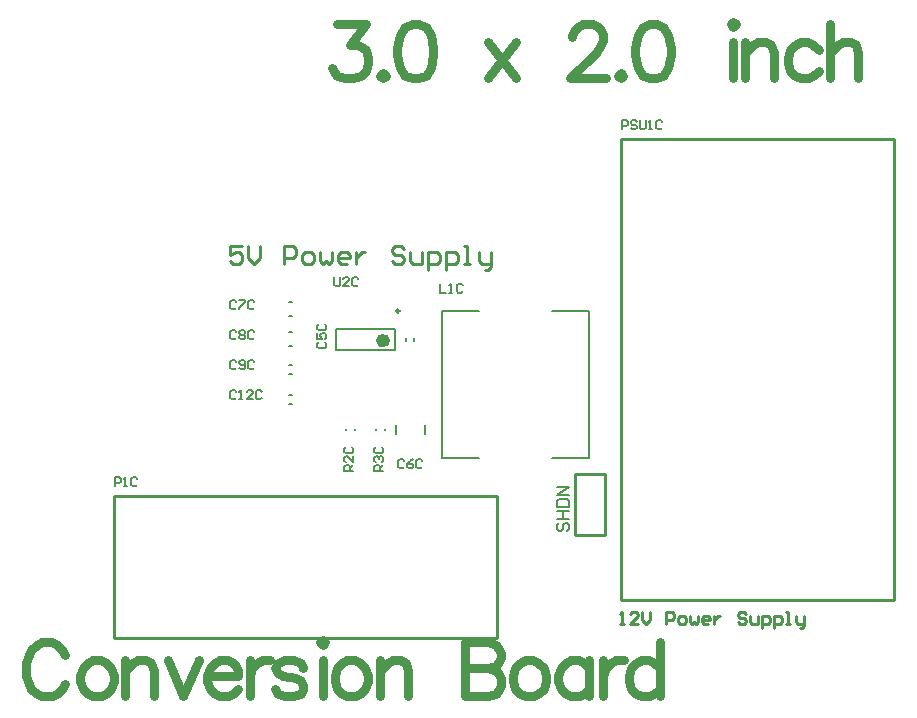
<source format=gto>
G04 Layer_Color=65535*
%FSLAX25Y25*%
%MOIN*%
G70*
G01*
G75*
%ADD18C,0.01000*%
%ADD35C,0.02362*%
%ADD36C,0.00984*%
%ADD37C,0.00787*%
%ADD38C,0.00700*%
%ADD39C,0.03000*%
D18*
X190000Y80000D02*
X200000D01*
X190000Y59764D02*
Y80000D01*
Y59764D02*
X200000D01*
Y80000D01*
X205276Y191811D02*
X296260D01*
X205276Y38189D02*
Y191811D01*
Y38189D02*
X296260D01*
Y191811D01*
X36220Y25630D02*
Y72874D01*
X163779D01*
Y25630D02*
Y72874D01*
X36220Y25630D02*
X163779D01*
X78999Y155998D02*
X75000D01*
Y152999D01*
X76999Y153999D01*
X77999D01*
X78999Y152999D01*
Y151000D01*
X77999Y150000D01*
X76000D01*
X75000Y151000D01*
X80998Y155998D02*
Y151999D01*
X82997Y150000D01*
X84997Y151999D01*
Y155998D01*
X92994Y150000D02*
Y155998D01*
X95993D01*
X96993Y154998D01*
Y152999D01*
X95993Y151999D01*
X92994D01*
X99992Y150000D02*
X101991D01*
X102991Y151000D01*
Y152999D01*
X101991Y153999D01*
X99992D01*
X98992Y152999D01*
Y151000D01*
X99992Y150000D01*
X104990Y153999D02*
Y151000D01*
X105990Y150000D01*
X106990Y151000D01*
X107989Y150000D01*
X108989Y151000D01*
Y153999D01*
X113987Y150000D02*
X111988D01*
X110988Y151000D01*
Y152999D01*
X111988Y153999D01*
X113987D01*
X114987Y152999D01*
Y151999D01*
X110988D01*
X116986Y153999D02*
Y150000D01*
Y151999D01*
X117986Y152999D01*
X118986Y153999D01*
X119985D01*
X132981Y154998D02*
X131982Y155998D01*
X129982D01*
X128982Y154998D01*
Y153999D01*
X129982Y152999D01*
X131982D01*
X132981Y151999D01*
Y151000D01*
X131982Y150000D01*
X129982D01*
X128982Y151000D01*
X134981Y153999D02*
Y151000D01*
X135980Y150000D01*
X138979D01*
Y153999D01*
X140979Y148001D02*
Y153999D01*
X143978D01*
X144977Y152999D01*
Y151000D01*
X143978Y150000D01*
X140979D01*
X146977Y148001D02*
Y153999D01*
X149976D01*
X150975Y152999D01*
Y151000D01*
X149976Y150000D01*
X146977D01*
X152975D02*
X154974D01*
X153974D01*
Y155998D01*
X152975D01*
X157973Y153999D02*
Y151000D01*
X158973Y150000D01*
X161972D01*
Y149000D01*
X160972Y148001D01*
X159973D01*
X161972Y150000D02*
Y153999D01*
X205000Y30000D02*
X206333D01*
X205666D01*
Y33999D01*
X205000Y33332D01*
X210998Y30000D02*
X208332D01*
X210998Y32666D01*
Y33332D01*
X210332Y33999D01*
X208999D01*
X208332Y33332D01*
X212331Y33999D02*
Y31333D01*
X213664Y30000D01*
X214997Y31333D01*
Y33999D01*
X220328Y30000D02*
Y33999D01*
X222328D01*
X222994Y33332D01*
Y31999D01*
X222328Y31333D01*
X220328D01*
X224994Y30000D02*
X226326D01*
X226993Y30666D01*
Y31999D01*
X226326Y32666D01*
X224994D01*
X224327Y31999D01*
Y30666D01*
X224994Y30000D01*
X228326Y32666D02*
Y30666D01*
X228992Y30000D01*
X229659Y30666D01*
X230325Y30000D01*
X230992Y30666D01*
Y32666D01*
X234324Y30000D02*
X232991D01*
X232325Y30666D01*
Y31999D01*
X232991Y32666D01*
X234324D01*
X234990Y31999D01*
Y31333D01*
X232325D01*
X236323Y32666D02*
Y30000D01*
Y31333D01*
X236990Y31999D01*
X237656Y32666D01*
X238323D01*
X246987Y33332D02*
X246320Y33999D01*
X244987D01*
X244321Y33332D01*
Y32666D01*
X244987Y31999D01*
X246320D01*
X246987Y31333D01*
Y30666D01*
X246320Y30000D01*
X244987D01*
X244321Y30666D01*
X248319Y32666D02*
Y30666D01*
X248986Y30000D01*
X250985D01*
Y32666D01*
X252318Y28667D02*
Y32666D01*
X254317D01*
X254984Y31999D01*
Y30666D01*
X254317Y30000D01*
X252318D01*
X256317Y28667D02*
Y32666D01*
X258316D01*
X258983Y31999D01*
Y30666D01*
X258316Y30000D01*
X256317D01*
X260315D02*
X261648D01*
X260982D01*
Y33999D01*
X260315D01*
X263648Y32666D02*
Y30666D01*
X264314Y30000D01*
X266314D01*
Y29334D01*
X265647Y28667D01*
X264981D01*
X266314Y30000D02*
Y32666D01*
D35*
X127087Y124606D02*
G03*
X127087Y124606I-1181J0D01*
G01*
D36*
X131339Y134449D02*
G03*
X131339Y134449I-492J0D01*
G01*
D37*
X126476Y94803D02*
Y95197D01*
X123524Y94803D02*
Y95197D01*
X116476Y94803D02*
Y95197D01*
X113524Y94803D02*
Y95197D01*
X130276Y93425D02*
Y96575D01*
X139724Y93425D02*
Y96575D01*
X94410Y132638D02*
X95591D01*
X94410Y137362D02*
X95591D01*
X94410Y122638D02*
X95591D01*
X94410Y127362D02*
X95591D01*
X94606Y116378D02*
X95394D01*
X94606Y113622D02*
X95394D01*
X94606Y106378D02*
X95394D01*
X94606Y103622D02*
X95394D01*
X145394Y85394D02*
X157795D01*
X145394Y134606D02*
X157795D01*
X182205Y85394D02*
X194606D01*
X182205Y134606D02*
X194606D01*
X145394Y85394D02*
Y134606D01*
X194606Y85394D02*
Y134606D01*
X110158Y121457D02*
Y128543D01*
X129842Y121457D02*
Y128543D01*
X110158Y121457D02*
X129842D01*
X110158Y128543D02*
X129842D01*
X136378Y124606D02*
Y125394D01*
X133622Y124606D02*
Y125394D01*
D38*
X104501Y123999D02*
X104001Y123500D01*
Y122500D01*
X104501Y122000D01*
X106500D01*
X107000Y122500D01*
Y123500D01*
X106500Y123999D01*
X104001Y126998D02*
Y124999D01*
X105500D01*
X105001Y125999D01*
Y126499D01*
X105500Y126998D01*
X106500D01*
X107000Y126499D01*
Y125499D01*
X106500Y124999D01*
X104501Y129997D02*
X104001Y129498D01*
Y128498D01*
X104501Y127998D01*
X106500D01*
X107000Y128498D01*
Y129498D01*
X106500Y129997D01*
X132999Y84499D02*
X132500Y84999D01*
X131500D01*
X131000Y84499D01*
Y82500D01*
X131500Y82000D01*
X132500D01*
X132999Y82500D01*
X135998Y84999D02*
X134999Y84499D01*
X133999Y83499D01*
Y82500D01*
X134499Y82000D01*
X135499D01*
X135998Y82500D01*
Y83000D01*
X135499Y83499D01*
X133999D01*
X138997Y84499D02*
X138498Y84999D01*
X137498D01*
X136998Y84499D01*
Y82500D01*
X137498Y82000D01*
X138498D01*
X138997Y82500D01*
X76999Y137499D02*
X76499Y137999D01*
X75500D01*
X75000Y137499D01*
Y135500D01*
X75500Y135000D01*
X76499D01*
X76999Y135500D01*
X77999Y137999D02*
X79998D01*
Y137499D01*
X77999Y135500D01*
Y135000D01*
X82997Y137499D02*
X82498Y137999D01*
X81498D01*
X80998Y137499D01*
Y135500D01*
X81498Y135000D01*
X82498D01*
X82997Y135500D01*
X76999Y127499D02*
X76499Y127999D01*
X75500D01*
X75000Y127499D01*
Y125500D01*
X75500Y125000D01*
X76499D01*
X76999Y125500D01*
X77999Y127499D02*
X78499Y127999D01*
X79499D01*
X79998Y127499D01*
Y126999D01*
X79499Y126499D01*
X79998Y126000D01*
Y125500D01*
X79499Y125000D01*
X78499D01*
X77999Y125500D01*
Y126000D01*
X78499Y126499D01*
X77999Y126999D01*
Y127499D01*
X78499Y126499D02*
X79499D01*
X82997Y127499D02*
X82498Y127999D01*
X81498D01*
X80998Y127499D01*
Y125500D01*
X81498Y125000D01*
X82498D01*
X82997Y125500D01*
X76999Y117499D02*
X76499Y117999D01*
X75500D01*
X75000Y117499D01*
Y115500D01*
X75500Y115000D01*
X76499D01*
X76999Y115500D01*
X77999D02*
X78499Y115000D01*
X79499D01*
X79998Y115500D01*
Y117499D01*
X79499Y117999D01*
X78499D01*
X77999Y117499D01*
Y116999D01*
X78499Y116499D01*
X79998D01*
X82997Y117499D02*
X82498Y117999D01*
X81498D01*
X80998Y117499D01*
Y115500D01*
X81498Y115000D01*
X82498D01*
X82997Y115500D01*
X76999Y107499D02*
X76499Y107999D01*
X75500D01*
X75000Y107499D01*
Y105500D01*
X75500Y105000D01*
X76499D01*
X76999Y105500D01*
X77999Y105000D02*
X78999D01*
X78499D01*
Y107999D01*
X77999Y107499D01*
X82498Y105000D02*
X80498D01*
X82498Y106999D01*
Y107499D01*
X81998Y107999D01*
X80998D01*
X80498Y107499D01*
X85497D02*
X84997Y107999D01*
X83997D01*
X83497Y107499D01*
Y105500D01*
X83997Y105000D01*
X84997D01*
X85497Y105500D01*
X144900Y143499D02*
Y140500D01*
X146899D01*
X147899D02*
X148899D01*
X148399D01*
Y143499D01*
X147899Y142999D01*
X152398D02*
X151898Y143499D01*
X150898D01*
X150398Y142999D01*
Y141000D01*
X150898Y140500D01*
X151898D01*
X152398Y141000D01*
X116000Y81000D02*
X113001D01*
Y82499D01*
X113501Y82999D01*
X114500D01*
X115000Y82499D01*
Y81000D01*
Y82000D02*
X116000Y82999D01*
Y85998D02*
Y83999D01*
X114001Y85998D01*
X113501D01*
X113001Y85499D01*
Y84499D01*
X113501Y83999D01*
Y88997D02*
X113001Y88498D01*
Y87498D01*
X113501Y86998D01*
X115500D01*
X116000Y87498D01*
Y88498D01*
X115500Y88997D01*
X126000Y81000D02*
X123001D01*
Y82499D01*
X123501Y82999D01*
X124501D01*
X125000Y82499D01*
Y81000D01*
Y82000D02*
X126000Y82999D01*
X123501Y83999D02*
X123001Y84499D01*
Y85499D01*
X123501Y85998D01*
X124001D01*
X124501Y85499D01*
Y84999D01*
Y85499D01*
X125000Y85998D01*
X125500D01*
X126000Y85499D01*
Y84499D01*
X125500Y83999D01*
X123501Y88997D02*
X123001Y88498D01*
Y87498D01*
X123501Y86998D01*
X125500D01*
X126000Y87498D01*
Y88498D01*
X125500Y88997D01*
X109700Y145699D02*
Y143200D01*
X110200Y142700D01*
X111199D01*
X111699Y143200D01*
Y145699D01*
X114698Y142700D02*
X112699D01*
X114698Y144699D01*
Y145199D01*
X114199Y145699D01*
X113199D01*
X112699Y145199D01*
X117697D02*
X117198Y145699D01*
X116198D01*
X115698Y145199D01*
Y143200D01*
X116198Y142700D01*
X117198D01*
X117697Y143200D01*
X205500Y195000D02*
Y197999D01*
X206999D01*
X207499Y197499D01*
Y196500D01*
X206999Y196000D01*
X205500D01*
X210498Y197499D02*
X209998Y197999D01*
X208999D01*
X208499Y197499D01*
Y196999D01*
X208999Y196500D01*
X209998D01*
X210498Y196000D01*
Y195500D01*
X209998Y195000D01*
X208999D01*
X208499Y195500D01*
X211498Y197999D02*
Y195500D01*
X211998Y195000D01*
X212998D01*
X213497Y195500D01*
Y197999D01*
X214497Y195000D02*
X215497D01*
X214997D01*
Y197999D01*
X214497Y197499D01*
X218996D02*
X218496Y197999D01*
X217496D01*
X216996Y197499D01*
Y195500D01*
X217496Y195000D01*
X218496D01*
X218996Y195500D01*
X36400Y76100D02*
Y79099D01*
X37900D01*
X38399Y78599D01*
Y77600D01*
X37900Y77100D01*
X36400D01*
X39399Y76100D02*
X40399D01*
X39899D01*
Y79099D01*
X39399Y78599D01*
X43898D02*
X43398Y79099D01*
X42398D01*
X41898Y78599D01*
Y76600D01*
X42398Y76100D01*
X43398D01*
X43898Y76600D01*
X184668Y63666D02*
X184001Y62999D01*
Y61666D01*
X184668Y61000D01*
X185334D01*
X186001Y61666D01*
Y62999D01*
X186667Y63666D01*
X187334D01*
X188000Y62999D01*
Y61666D01*
X187334Y61000D01*
X184001Y64999D02*
X188000D01*
X186001D01*
Y67664D01*
X184001D01*
X188000D01*
X184001Y68997D02*
X188000D01*
Y70997D01*
X187334Y71663D01*
X184668D01*
X184001Y70997D01*
Y68997D01*
X188000Y72996D02*
X184001D01*
X188000Y75662D01*
X184001D01*
D39*
X110714Y229996D02*
X120141D01*
X114999Y223141D01*
X117570D01*
X119283Y222284D01*
X120141Y221427D01*
X120997Y218856D01*
Y217142D01*
X120141Y214571D01*
X118427Y212857D01*
X115856Y212000D01*
X113285D01*
X110714Y212857D01*
X109857Y213714D01*
X109000Y215428D01*
X125882Y213714D02*
X125025Y212857D01*
X125882Y212000D01*
X126739Y212857D01*
X125882Y213714D01*
X135823Y229996D02*
X133252Y229139D01*
X131538Y226568D01*
X130681Y222284D01*
Y219713D01*
X131538Y215428D01*
X133252Y212857D01*
X135823Y212000D01*
X137537D01*
X140108Y212857D01*
X141822Y215428D01*
X142678Y219713D01*
Y222284D01*
X141822Y226568D01*
X140108Y229139D01*
X137537Y229996D01*
X135823D01*
X160846Y223997D02*
X170273Y212000D01*
Y223997D02*
X160846Y212000D01*
X189040Y225711D02*
Y226568D01*
X189897Y228282D01*
X190754Y229139D01*
X192468Y229996D01*
X195896D01*
X197610Y229139D01*
X198467Y228282D01*
X199323Y226568D01*
Y224854D01*
X198467Y223141D01*
X196753Y220570D01*
X188183Y212000D01*
X200181D01*
X205065Y213714D02*
X204208Y212857D01*
X205065Y212000D01*
X205922Y212857D01*
X205065Y213714D01*
X215006Y229996D02*
X212435Y229139D01*
X210721Y226568D01*
X209864Y222284D01*
Y219713D01*
X210721Y215428D01*
X212435Y212857D01*
X215006Y212000D01*
X216720D01*
X219291Y212857D01*
X221005Y215428D01*
X221862Y219713D01*
Y222284D01*
X221005Y226568D01*
X219291Y229139D01*
X216720Y229996D01*
X215006D01*
X241743D02*
X242600Y229139D01*
X243457Y229996D01*
X242600Y230853D01*
X241743Y229996D01*
X242600Y223997D02*
Y212000D01*
X246628Y223997D02*
Y212000D01*
Y220570D02*
X249199Y223141D01*
X250912Y223997D01*
X253483D01*
X255197Y223141D01*
X256054Y220570D01*
Y212000D01*
X271051Y221427D02*
X269337Y223141D01*
X267623Y223997D01*
X265052D01*
X263338Y223141D01*
X261625Y221427D01*
X260768Y218856D01*
Y217142D01*
X261625Y214571D01*
X263338Y212857D01*
X265052Y212000D01*
X267623D01*
X269337Y212857D01*
X271051Y214571D01*
X274907Y229996D02*
Y212000D01*
Y220570D02*
X277478Y223141D01*
X279192Y223997D01*
X281763D01*
X283477Y223141D01*
X284334Y220570D01*
Y212000D01*
X19854Y19711D02*
X18997Y21425D01*
X17284Y23139D01*
X15570Y23996D01*
X12142D01*
X10428Y23139D01*
X8714Y21425D01*
X7857Y19711D01*
X7000Y17141D01*
Y12856D01*
X7857Y10285D01*
X8714Y8571D01*
X10428Y6857D01*
X12142Y6000D01*
X15570D01*
X17284Y6857D01*
X18997Y8571D01*
X19854Y10285D01*
X29195Y17997D02*
X27481Y17141D01*
X25767Y15427D01*
X24911Y12856D01*
Y11142D01*
X25767Y8571D01*
X27481Y6857D01*
X29195Y6000D01*
X31766D01*
X33480Y6857D01*
X35194Y8571D01*
X36051Y11142D01*
Y12856D01*
X35194Y15427D01*
X33480Y17141D01*
X31766Y17997D01*
X29195D01*
X39993D02*
Y6000D01*
Y14570D02*
X42564Y17141D01*
X44278Y17997D01*
X46849D01*
X48562Y17141D01*
X49420Y14570D01*
Y6000D01*
X54133Y17997D02*
X59275Y6000D01*
X64416Y17997D02*
X59275Y6000D01*
X67330Y12856D02*
X77613D01*
Y14570D01*
X76757Y16284D01*
X75899Y17141D01*
X74186Y17997D01*
X71615D01*
X69901Y17141D01*
X68187Y15427D01*
X67330Y12856D01*
Y11142D01*
X68187Y8571D01*
X69901Y6857D01*
X71615Y6000D01*
X74186D01*
X75899Y6857D01*
X77613Y8571D01*
X81470Y17997D02*
Y6000D01*
Y12856D02*
X82327Y15427D01*
X84041Y17141D01*
X85755Y17997D01*
X88325D01*
X99380Y15427D02*
X98523Y17141D01*
X95952Y17997D01*
X93382D01*
X90811Y17141D01*
X89954Y15427D01*
X90811Y13713D01*
X92524Y12856D01*
X96809Y11999D01*
X98523Y11142D01*
X99380Y9428D01*
Y8571D01*
X98523Y6857D01*
X95952Y6000D01*
X93382D01*
X90811Y6857D01*
X89954Y8571D01*
X104865Y23996D02*
X105722Y23139D01*
X106579Y23996D01*
X105722Y24853D01*
X104865Y23996D01*
X105722Y17997D02*
Y6000D01*
X114034Y17997D02*
X112320Y17141D01*
X110606Y15427D01*
X109749Y12856D01*
Y11142D01*
X110606Y8571D01*
X112320Y6857D01*
X114034Y6000D01*
X116605D01*
X118319Y6857D01*
X120033Y8571D01*
X120890Y11142D01*
Y12856D01*
X120033Y15427D01*
X118319Y17141D01*
X116605Y17997D01*
X114034D01*
X124832D02*
Y6000D01*
Y14570D02*
X127403Y17141D01*
X129117Y17997D01*
X131688D01*
X133402Y17141D01*
X134258Y14570D01*
Y6000D01*
X153112Y23996D02*
Y6000D01*
Y23996D02*
X160824D01*
X163395Y23139D01*
X164252Y22282D01*
X165109Y20568D01*
Y18854D01*
X164252Y17141D01*
X163395Y16284D01*
X160824Y15427D01*
X153112D02*
X160824D01*
X163395Y14570D01*
X164252Y13713D01*
X165109Y11999D01*
Y9428D01*
X164252Y7714D01*
X163395Y6857D01*
X160824Y6000D01*
X153112D01*
X173422Y17997D02*
X171708Y17141D01*
X169994Y15427D01*
X169137Y12856D01*
Y11142D01*
X169994Y8571D01*
X171708Y6857D01*
X173422Y6000D01*
X175992D01*
X177706Y6857D01*
X179420Y8571D01*
X180277Y11142D01*
Y12856D01*
X179420Y15427D01*
X177706Y17141D01*
X175992Y17997D01*
X173422D01*
X194503D02*
Y6000D01*
Y15427D02*
X192789Y17141D01*
X191075Y17997D01*
X188504D01*
X186790Y17141D01*
X185076Y15427D01*
X184219Y12856D01*
Y11142D01*
X185076Y8571D01*
X186790Y6857D01*
X188504Y6000D01*
X191075D01*
X192789Y6857D01*
X194503Y8571D01*
X199302Y17997D02*
Y6000D01*
Y12856D02*
X200159Y15427D01*
X201872Y17141D01*
X203587Y17997D01*
X206157D01*
X218069Y23996D02*
Y6000D01*
Y15427D02*
X216355Y17141D01*
X214641Y17997D01*
X212070D01*
X210356Y17141D01*
X208643Y15427D01*
X207786Y12856D01*
Y11142D01*
X208643Y8571D01*
X210356Y6857D01*
X212070Y6000D01*
X214641D01*
X216355Y6857D01*
X218069Y8571D01*
M02*

</source>
